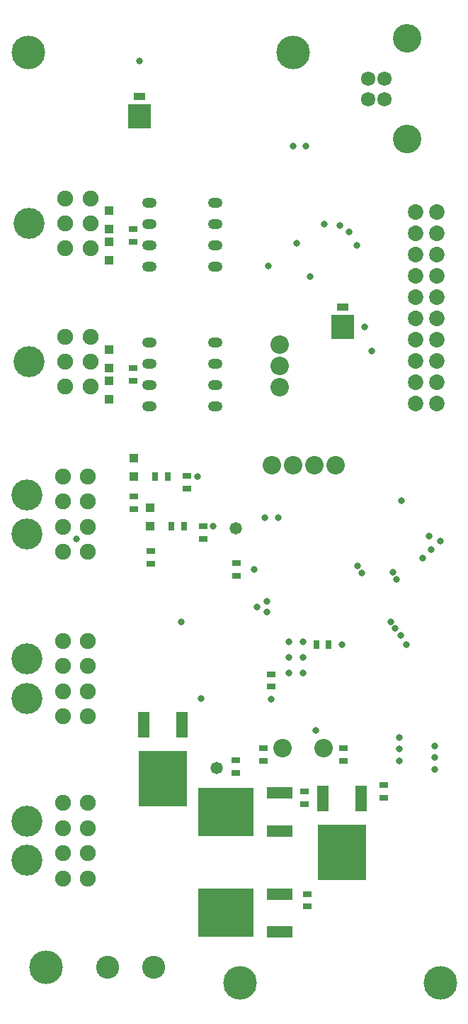
<source format=gbs>
G04*
G04 #@! TF.GenerationSoftware,Altium Limited,Altium Designer,18.1.6 (161)*
G04*
G04 Layer_Color=16711935*
%FSLAX44Y44*%
%MOMM*%
G71*
G01*
G75*
%ADD22R,1.0032X0.7032*%
%ADD25R,0.7032X1.0032*%
%ADD26R,1.4732X0.9652*%
%ADD27R,2.7432X2.8702*%
%ADD31R,1.0032X1.0032*%
%ADD32C,3.4032*%
%ADD33C,1.7232*%
%ADD34C,2.2032*%
%ADD35O,1.7272X1.2192*%
%ADD36C,4.0132*%
%ADD37C,2.7432*%
%ADD38C,1.9032*%
%ADD39C,3.7032*%
%ADD40C,1.8542*%
%ADD41C,0.8382*%
%ADD42C,1.4732*%
%ADD76R,1.4532X3.0532*%
%ADD77R,5.7532X6.7032*%
%ADD78R,3.0532X1.4532*%
%ADD79R,6.7032X5.7532*%
D22*
X301560Y536501D02*
D03*
Y521501D02*
D03*
X343152Y403996D02*
D03*
Y388996D02*
D03*
X429463Y300219D02*
D03*
Y315219D02*
D03*
X333693Y300420D02*
D03*
Y315420D02*
D03*
X300325Y301044D02*
D03*
Y286044D02*
D03*
X477640Y256549D02*
D03*
Y271549D02*
D03*
X386074Y126513D02*
D03*
Y141513D02*
D03*
X178193Y920425D02*
D03*
Y935425D02*
D03*
Y754158D02*
D03*
Y769158D02*
D03*
X382679Y249067D02*
D03*
Y264067D02*
D03*
X242433Y640252D02*
D03*
Y625252D02*
D03*
X178922Y616106D02*
D03*
Y601106D02*
D03*
X198631Y550779D02*
D03*
Y535779D02*
D03*
X262021Y580505D02*
D03*
Y565505D02*
D03*
D25*
X396977Y439318D02*
D03*
X411977D02*
D03*
X219158Y640166D02*
D03*
X204158D02*
D03*
X238806Y580452D02*
D03*
X223806D02*
D03*
D26*
X185624Y1093297D02*
D03*
X428674Y842264D02*
D03*
D27*
X185624Y1069802D02*
D03*
X428674Y818769D02*
D03*
D31*
X149350Y897878D02*
D03*
Y919877D02*
D03*
Y957431D02*
D03*
Y935431D02*
D03*
Y791281D02*
D03*
Y769281D02*
D03*
Y731862D02*
D03*
Y753862D02*
D03*
X179028Y662153D02*
D03*
Y640153D02*
D03*
X198573Y602444D02*
D03*
Y580444D02*
D03*
D32*
X505714Y1162816D02*
D03*
Y1042416D02*
D03*
D33*
X458614Y1115116D02*
D03*
Y1090116D02*
D03*
X478614D02*
D03*
Y1115116D02*
D03*
D34*
X353147Y746159D02*
D03*
Y771559D02*
D03*
Y796959D02*
D03*
X344231Y653024D02*
D03*
X369631D02*
D03*
X420431D02*
D03*
X395031D02*
D03*
X356867Y315350D02*
D03*
X405667D02*
D03*
D35*
X197680Y799864D02*
D03*
Y723664D02*
D03*
X276420Y799864D02*
D03*
Y723664D02*
D03*
Y774464D02*
D03*
Y749064D02*
D03*
X197680Y774464D02*
D03*
Y749064D02*
D03*
Y966234D02*
D03*
Y890034D02*
D03*
X276420Y966234D02*
D03*
Y890034D02*
D03*
Y940834D02*
D03*
Y915434D02*
D03*
X197680Y940834D02*
D03*
Y915434D02*
D03*
D36*
X74156Y54240D02*
D03*
X52577Y1146174D02*
D03*
X369463D02*
D03*
X305828Y35371D02*
D03*
X545047D02*
D03*
D37*
X147054Y54240D02*
D03*
X202172D02*
D03*
D38*
X126705Y747004D02*
D03*
Y777004D02*
D03*
Y807004D02*
D03*
X96705D02*
D03*
Y747004D02*
D03*
Y777004D02*
D03*
X93755Y353413D02*
D03*
Y383413D02*
D03*
Y413413D02*
D03*
Y443413D02*
D03*
X123755Y353413D02*
D03*
Y383413D02*
D03*
Y413413D02*
D03*
Y443413D02*
D03*
X126705Y912104D02*
D03*
Y942104D02*
D03*
Y972104D02*
D03*
X96705D02*
D03*
Y912104D02*
D03*
Y942104D02*
D03*
X93755Y549763D02*
D03*
Y579763D02*
D03*
Y609763D02*
D03*
Y639763D02*
D03*
X123755Y549763D02*
D03*
Y579763D02*
D03*
Y609763D02*
D03*
Y639763D02*
D03*
X93755Y160023D02*
D03*
Y190023D02*
D03*
Y220023D02*
D03*
Y250023D02*
D03*
X123755Y160023D02*
D03*
Y190023D02*
D03*
Y220023D02*
D03*
Y250023D02*
D03*
D39*
X53505Y777004D02*
D03*
X50555Y421813D02*
D03*
Y375013D02*
D03*
X53505Y942104D02*
D03*
X50555Y618163D02*
D03*
Y571363D02*
D03*
Y228423D02*
D03*
Y181623D02*
D03*
D40*
X541139Y955764D02*
D03*
X515740D02*
D03*
Y930364D02*
D03*
X541139D02*
D03*
Y879564D02*
D03*
X515740D02*
D03*
Y904964D02*
D03*
X541139D02*
D03*
Y803364D02*
D03*
X515740D02*
D03*
Y777964D02*
D03*
X541139D02*
D03*
Y828764D02*
D03*
X515740D02*
D03*
Y854164D02*
D03*
X541139D02*
D03*
Y727164D02*
D03*
X515740D02*
D03*
Y752564D02*
D03*
X541139D02*
D03*
D41*
X185494Y1136000D02*
D03*
X446184Y533084D02*
D03*
X351487Y590671D02*
D03*
X335523D02*
D03*
X538210Y290329D02*
D03*
Y304366D02*
D03*
Y318404D02*
D03*
X495886Y300540D02*
D03*
Y314578D02*
D03*
Y328616D02*
D03*
X545574Y562556D02*
D03*
X534686Y552318D02*
D03*
X523798Y542081D02*
D03*
X406614Y941383D02*
D03*
X368876Y1034241D02*
D03*
X384755Y1034506D02*
D03*
X110498Y565079D02*
D03*
X343032Y374278D02*
D03*
X322753Y529142D02*
D03*
X498755Y611117D02*
D03*
X445415Y916152D02*
D03*
X492862Y516675D02*
D03*
X488792Y525528D02*
D03*
X235707Y466599D02*
D03*
X326389Y483731D02*
D03*
X337892Y477840D02*
D03*
X337679Y491206D02*
D03*
X451655Y524783D02*
D03*
X436360Y932095D02*
D03*
X273598Y580505D02*
D03*
X254707Y640217D02*
D03*
X425065Y939749D02*
D03*
X373487Y918112D02*
D03*
X463384Y790017D02*
D03*
X454664Y818837D02*
D03*
X532077Y568731D02*
D03*
X395897Y336363D02*
D03*
X427446Y439416D02*
D03*
X259238Y374717D02*
D03*
X339281Y890931D02*
D03*
X389513Y878476D02*
D03*
X363772Y442771D02*
D03*
Y424197D02*
D03*
Y405085D02*
D03*
X381000D02*
D03*
Y424197D02*
D03*
Y442771D02*
D03*
X486201Y466473D02*
D03*
X491566Y458597D02*
D03*
X497992Y450101D02*
D03*
X504896Y439486D02*
D03*
D42*
X300325Y577706D02*
D03*
X277687Y291630D02*
D03*
D76*
X450513Y255175D02*
D03*
X404913D02*
D03*
X236164Y343510D02*
D03*
X190564D02*
D03*
D77*
X427714Y191175D02*
D03*
X213364Y279510D02*
D03*
D78*
X352730Y95893D02*
D03*
Y141493D02*
D03*
Y216264D02*
D03*
Y261864D02*
D03*
D79*
X288730Y118693D02*
D03*
Y239064D02*
D03*
M02*

</source>
